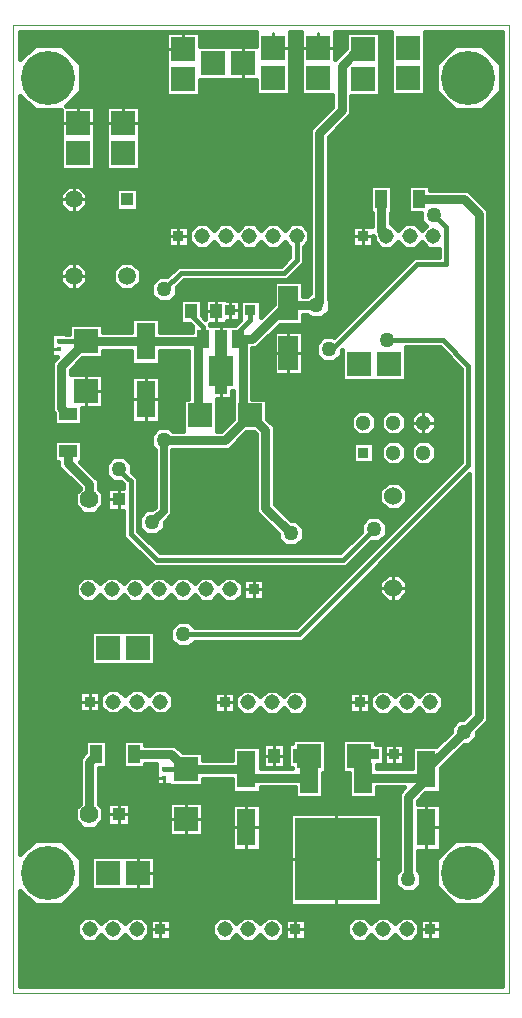
<source format=gbr>
G04 PROTEUS GERBER X2 FILE*
%TF.GenerationSoftware,Labcenter,Proteus,8.16-SP3-Build36097*%
%TF.CreationDate,2024-05-04T02:13:19+00:00*%
%TF.FileFunction,Copper,L1,Top*%
%TF.FilePolarity,Positive*%
%TF.Part,Single*%
%TF.SameCoordinates,{03efdd39-6268-421f-b844-547f2104f690}*%
%FSLAX45Y45*%
%MOMM*%
G01*
%TA.AperFunction,Conductor*%
%ADD10C,0.762000*%
%ADD11C,0.381000*%
%ADD12C,0.635000*%
%TA.AperFunction,ViaPad*%
%ADD13C,1.270000*%
%TA.AperFunction,Conductor*%
%ADD14C,0.254000*%
%TA.AperFunction,ComponentPad*%
%ADD15C,1.524000*%
%ADD16R,1.117220X1.117220*%
%ADD17C,1.580000*%
%TA.AperFunction,SMDPad,CuDef*%
%ADD18R,1.016000X1.524000*%
%ADD19R,2.032000X2.540000*%
%ADD70R,1.016000X0.889000*%
%TA.AperFunction,SMDPad,CuDef*%
%ADD71R,6.985000X6.985000*%
%ADD20R,1.524000X2.540000*%
%TA.AperFunction,SMDPad,CuDef*%
%ADD21R,0.406400X0.457200*%
%ADD22R,1.016000X1.270000*%
%ADD23R,2.032000X2.032000*%
%ADD24R,0.889000X0.889000*%
%ADD25R,1.600200X3.149600*%
%ADD26R,1.651000X2.895600*%
%ADD27R,1.524000X1.016000*%
%TA.AperFunction,ComponentPad*%
%ADD28R,0.924960X0.924960*%
%ADD29C,1.308100*%
%TA.AperFunction,ComponentPad*%
%ADD72R,1.060660X1.060660*%
%ADD73C,1.500000*%
%TA.AperFunction,ComponentPad*%
%ADD30R,2.032000X2.032000*%
%TA.AperFunction,WasherPad*%
%ADD31R,0.919230X0.919230*%
%TA.AperFunction,ComponentPad*%
%ADD32C,1.300000*%
%TA.AperFunction,OtherPad,Unknown*%
%ADD33C,4.572000*%
%TA.AperFunction,Profile*%
%ADD34C,0.101600*%
%TD.AperFunction*%
%TA.AperFunction,Conductor*%
G36*
X+2060770Y-4387770D02*
X-2014770Y-4387770D01*
X-2014770Y-3581972D01*
X-1892153Y-3704589D01*
X-1663847Y-3704589D01*
X-1502411Y-3543153D01*
X-1502411Y-3314847D01*
X-1663847Y-3153411D01*
X-1892153Y-3153411D01*
X-2014770Y-3276028D01*
X-2014770Y+3149028D01*
X-1892153Y+3026411D01*
X-1667509Y+3026411D01*
X-1667509Y+2523491D01*
X-1380491Y+2523491D01*
X-1380491Y+3064509D01*
X-1625749Y+3064509D01*
X-1502411Y+3187847D01*
X-1502411Y+3416153D01*
X-1663847Y+3577589D01*
X-1892153Y+3577589D01*
X-2014770Y+3454972D01*
X-2014770Y+3687770D01*
X-16509Y+3687770D01*
X-16509Y+3572509D01*
X-491491Y+3572509D01*
X-491491Y+3684114D01*
X-778509Y+3684114D01*
X-778509Y+3143096D01*
X-491491Y+3143096D01*
X-491491Y+3285491D01*
X-16509Y+3285491D01*
X-16509Y+3158491D01*
X+270509Y+3158491D01*
X+270509Y+3687770D01*
X+364491Y+3687770D01*
X+364491Y+3158491D01*
X+624059Y+3158491D01*
X+624059Y+3056261D01*
X+436623Y+2868825D01*
X+436623Y+1474373D01*
X+415952Y+1453702D01*
X+378904Y+1453702D01*
X+378904Y+1583689D01*
X+129986Y+1583689D01*
X+129986Y+1385689D01*
X+19597Y+1275300D01*
X+19597Y+1416489D01*
X-153121Y+1416489D01*
X-153121Y+1251080D01*
X-153123Y+1251078D01*
X-153123Y+1416489D01*
X-266413Y+1416489D01*
X-266413Y+1427539D01*
X-451831Y+1427539D01*
X-451831Y+1259583D01*
X-479773Y+1287525D01*
X-479773Y+1427539D01*
X-665191Y+1427539D01*
X-665191Y+1216721D01*
X-581385Y+1216721D01*
X-561051Y+1196387D01*
X-561051Y+1148139D01*
X-831563Y+1148139D01*
X-831563Y+1267519D01*
X-1075401Y+1267519D01*
X-1075401Y+1148139D01*
X-1317973Y+1148139D01*
X-1317973Y+1211639D01*
X-1604991Y+1211639D01*
X-1604991Y+1131564D01*
X-1629073Y+1131564D01*
X-1629073Y+1135374D01*
X-1753531Y+1135374D01*
X-1753531Y+935836D01*
X-1706924Y+935836D01*
X-1746970Y+895790D01*
X-1746970Y+531409D01*
X-1746971Y+531409D01*
X-1746971Y+473148D01*
X-1731790Y+457967D01*
X-1731790Y+360297D01*
X-1495572Y+360297D01*
X-1495572Y+502981D01*
X-1317973Y+502981D01*
X-1317973Y+789999D01*
X-1586954Y+789999D01*
X-1586954Y+829510D01*
X-1491843Y+924621D01*
X-1317973Y+924621D01*
X-1317973Y+988121D01*
X-1075401Y+988121D01*
X-1075401Y+868741D01*
X-831563Y+868741D01*
X-831563Y+988121D01*
X-593811Y+988121D01*
X-593811Y+584639D01*
X-636991Y+584639D01*
X-636991Y+309730D01*
X-726055Y+309730D01*
X-756535Y+340210D01*
X-848067Y+340210D01*
X-912790Y+275487D01*
X-912790Y+183955D01*
X-875960Y+147125D01*
X-875960Y-333110D01*
X-896402Y-353552D01*
X-948489Y-353552D01*
X-1013212Y-418275D01*
X-1013212Y-509807D01*
X-948489Y-574530D01*
X-856957Y-574530D01*
X-792234Y-509807D01*
X-792234Y-457720D01*
X-728642Y-394128D01*
X-728642Y+147125D01*
X-726055Y+149712D01*
X-250112Y+149712D01*
X-102203Y+297621D01*
X-38097Y+297621D01*
X-22373Y+281898D01*
X-22373Y-374940D01*
X+163013Y-560326D01*
X+163013Y-603433D01*
X+227736Y-668156D01*
X+319268Y-668156D01*
X+383991Y-603433D01*
X+383991Y-511901D01*
X+319268Y-447178D01*
X+276161Y-447178D01*
X+137645Y-308662D01*
X+137645Y+348176D01*
X+71667Y+414154D01*
X+71667Y+584639D01*
X-53743Y+584639D01*
X-53743Y+1008441D01*
X-20966Y+1008441D01*
X+180904Y+1210311D01*
X+378904Y+1210311D01*
X+378904Y+1293684D01*
X+415952Y+1293684D01*
X+446432Y+1263204D01*
X+537964Y+1263204D01*
X+602687Y+1327927D01*
X+602687Y+1419459D01*
X+596641Y+1425505D01*
X+596641Y+2802547D01*
X+737207Y+2943113D01*
X+737209Y+2943113D01*
X+784077Y+2989981D01*
X+784077Y+3143096D01*
X+1030161Y+3143096D01*
X+1030161Y+3684114D01*
X+743143Y+3684114D01*
X+743143Y+3554767D01*
X+670929Y+3482553D01*
X+670927Y+3482553D01*
X+651509Y+3463135D01*
X+651509Y+3687770D01*
X+1126491Y+3687770D01*
X+1126491Y+3158491D01*
X+1413509Y+3158491D01*
X+1413509Y+3687770D01*
X+2060770Y+3687770D01*
X+2060770Y-4387770D01*
G37*
%TD.AperFunction*%
%LPC*%
G36*
X+1024891Y-289922D02*
X+1024891Y-192078D01*
X+1094078Y-122891D01*
X+1191922Y-122891D01*
X+1261109Y-192078D01*
X+1261109Y-289922D01*
X+1191922Y-359109D01*
X+1094078Y-359109D01*
X+1024891Y-289922D01*
G37*
G36*
X+1024891Y-1064922D02*
X+1024891Y-967078D01*
X+1094078Y-897891D01*
X+1191922Y-897891D01*
X+1261109Y-967078D01*
X+1261109Y-1064922D01*
X+1191922Y-1134109D01*
X+1094078Y-1134109D01*
X+1024891Y-1064922D01*
G37*
G36*
X-1072813Y+30371D02*
X-1072813Y-39676D01*
X-1056082Y-56406D01*
X-1020373Y-92115D01*
X-1020373Y-534098D01*
X-836691Y-717780D01*
X+695105Y-717780D01*
X+865209Y-547676D01*
X+865209Y-477629D01*
X+929932Y-412906D01*
X+1021464Y-412906D01*
X+1086187Y-477629D01*
X+1086187Y-569161D01*
X+1021464Y-633884D01*
X+951417Y-633884D01*
X+745603Y-839698D01*
X-887189Y-839698D01*
X-1142291Y-584596D01*
X-1142291Y-367165D01*
X-1281072Y-367165D01*
X-1281072Y-171625D01*
X-1142291Y-171625D01*
X-1142291Y-142614D01*
X-1159021Y-125884D01*
X-1229068Y-125884D01*
X-1293791Y-61161D01*
X-1293791Y+30371D01*
X-1229068Y+95094D01*
X-1137536Y+95094D01*
X-1072813Y+30371D01*
G37*
G36*
X-1495572Y+45337D02*
X-1507886Y+45337D01*
X-1400163Y-62386D01*
X-1400161Y-62386D01*
X-1353293Y-109254D01*
X-1353293Y-178413D01*
X-1312393Y-219313D01*
X-1312393Y-319477D01*
X-1383220Y-390304D01*
X-1483384Y-390304D01*
X-1554211Y-319477D01*
X-1554211Y-219313D01*
X-1513311Y-178413D01*
X-1513311Y-175534D01*
X-1693690Y+4845D01*
X-1693690Y+45337D01*
X-1731790Y+45337D01*
X-1731790Y+230755D01*
X-1495572Y+230755D01*
X-1495572Y+45337D01*
G37*
G36*
X-1281072Y-2838625D02*
X-1085532Y-2838625D01*
X-1085532Y-3034165D01*
X-1281072Y-3034165D01*
X-1281072Y-2838625D01*
G37*
G36*
X-1278553Y-2546504D02*
X-1353293Y-2546504D01*
X-1353293Y-2845413D01*
X-1312393Y-2886313D01*
X-1312393Y-2986477D01*
X-1383220Y-3057304D01*
X-1483384Y-3057304D01*
X-1554211Y-2986477D01*
X-1554211Y-2886313D01*
X-1513311Y-2845413D01*
X-1513311Y-2457296D01*
X-1463971Y-2407956D01*
X-1463971Y-2310286D01*
X-1278553Y-2310286D01*
X-1278553Y-2546504D01*
G37*
G36*
X+1050857Y-3708554D02*
X+268539Y-3708554D01*
X+268539Y-2926236D01*
X+1050857Y-2926236D01*
X+1050857Y-3708554D01*
G37*
G36*
X+1449407Y+2350614D02*
X+1770837Y+2350614D01*
X+1944707Y+2176744D01*
X+1944707Y-2145534D01*
X+1848187Y-2242054D01*
X+1848187Y-2285161D01*
X+1783464Y-2349884D01*
X+1740357Y-2349884D01*
X+1543617Y-2546624D01*
X+1543617Y-2754784D01*
X+1412697Y-2754784D01*
X+1348329Y-2819152D01*
X+1348329Y-2846006D01*
X+1543617Y-2846006D01*
X+1543617Y-3244784D01*
X+1348329Y-3244784D01*
X+1348329Y-3408498D01*
X+1378809Y-3438978D01*
X+1378809Y-3530510D01*
X+1314086Y-3595233D01*
X+1222554Y-3595233D01*
X+1157831Y-3530510D01*
X+1157831Y-3438978D01*
X+1188311Y-3408498D01*
X+1188311Y-2752874D01*
X+1234661Y-2706524D01*
X+1006407Y-2706524D01*
X+1006407Y-2795424D01*
X+770189Y-2795424D01*
X+770189Y-2583264D01*
X+707829Y-2583264D01*
X+707829Y-2296246D01*
X+994847Y-2296246D01*
X+994847Y-2342036D01*
X+1062057Y-2342036D01*
X+1062057Y-2514754D01*
X+1006407Y-2514754D01*
X+1006407Y-2546506D01*
X+1299779Y-2546506D01*
X+1299779Y-2356006D01*
X+1507939Y-2356006D01*
X+1627209Y-2236736D01*
X+1627209Y-2193629D01*
X+1691932Y-2128906D01*
X+1735039Y-2128906D01*
X+1784689Y-2079256D01*
X+1784689Y-54612D01*
X+365947Y-1473354D01*
X-539704Y-1473354D01*
X-589234Y-1522884D01*
X-680766Y-1522884D01*
X-745489Y-1458161D01*
X-745489Y-1366629D01*
X-680766Y-1301906D01*
X-589234Y-1301906D01*
X-539704Y-1351436D01*
X+315449Y-1351436D01*
X+1715871Y+48986D01*
X+1715871Y+837634D01*
X+1536427Y+1017078D01*
X+1246207Y+1017078D01*
X+1246207Y+730096D01*
X+705189Y+730096D01*
X+705189Y+997908D01*
X+705121Y+997840D01*
X+705121Y+954641D01*
X+640398Y+889918D01*
X+548866Y+889918D01*
X+484143Y+954641D01*
X+484143Y+1046173D01*
X+548866Y+1110896D01*
X+640398Y+1110896D01*
X+643079Y+1108214D01*
X+1319415Y+1784550D01*
X+1529071Y+1784550D01*
X+1529071Y+1853834D01*
X+1527149Y+1851912D01*
X+1438247Y+1851912D01*
X+1382698Y+1907461D01*
X+1327149Y+1851912D01*
X+1238247Y+1851912D01*
X+1182698Y+1907461D01*
X+1127149Y+1851912D01*
X+1038247Y+1851912D01*
X+975384Y+1914775D01*
X+975384Y+1953392D01*
X+970855Y+1957921D01*
X+970855Y+1871069D01*
X+794541Y+1871069D01*
X+794541Y+2047383D01*
X+961729Y+2047383D01*
X+961729Y+2152496D01*
X+949029Y+2152496D01*
X+949029Y+2388714D01*
X+1134447Y+2388714D01*
X+1134447Y+2152496D01*
X+1121747Y+2152496D01*
X+1121747Y+2066540D01*
X+1127149Y+2066540D01*
X+1182698Y+2010991D01*
X+1238247Y+2066540D01*
X+1327149Y+2066540D01*
X+1382698Y+2010991D01*
X+1420288Y+2048581D01*
X+1378918Y+2089952D01*
X+1378918Y+2152496D01*
X+1263989Y+2152496D01*
X+1263989Y+2388714D01*
X+1449407Y+2388714D01*
X+1449407Y+2350614D01*
G37*
G36*
X+573207Y-2583264D02*
X+549207Y-2583264D01*
X+549207Y-2795424D01*
X+312989Y-2795424D01*
X+312989Y-2706524D01*
X+19617Y-2706524D01*
X+19617Y-2754784D01*
X-224221Y-2754784D01*
X-224221Y-2635404D01*
X-466793Y-2635404D01*
X-466793Y-2698904D01*
X-753811Y-2698904D01*
X-753811Y-2690164D01*
X-864531Y-2690164D01*
X-864531Y-2508404D01*
X-963593Y-2508404D01*
X-963593Y-2546504D01*
X-1149011Y-2546504D01*
X-1149011Y-2310286D01*
X-963593Y-2310286D01*
X-963593Y-2348386D01*
X-704163Y-2348386D01*
X-640663Y-2411886D01*
X-466793Y-2411886D01*
X-466793Y-2475386D01*
X-224221Y-2475386D01*
X-224221Y-2356006D01*
X+19617Y-2356006D01*
X+19617Y-2546506D01*
X+286189Y-2546506D01*
X+286189Y-2545164D01*
X+250629Y-2545164D01*
X+250629Y-2334346D01*
X+286189Y-2334346D01*
X+286189Y-2296246D01*
X+573207Y-2296246D01*
X+573207Y-2583264D01*
G37*
G36*
X-753811Y-3120544D02*
X-753811Y-2833526D01*
X-466793Y-2833526D01*
X-466793Y-3120544D01*
X-753811Y-3120544D01*
G37*
G36*
X+1062059Y-2342036D02*
X+1234777Y-2342036D01*
X+1234777Y-2514754D01*
X+1062059Y-2514754D01*
X+1062059Y-2342036D01*
G37*
G36*
X+222687Y-2545164D02*
X+37269Y-2545164D01*
X+37269Y-2334346D01*
X+222687Y-2334346D01*
X+222687Y-2545164D01*
G37*
G36*
X-224221Y-2846006D02*
X+19617Y-2846006D01*
X+19617Y-3244784D01*
X-224221Y-3244784D01*
X-224221Y-2846006D01*
G37*
G36*
X-1075401Y+777519D02*
X-831563Y+777519D01*
X-831563Y+378741D01*
X-1075401Y+378741D01*
X-1075401Y+777519D01*
G37*
G36*
X+129986Y+1153689D02*
X+378904Y+1153689D01*
X+378904Y+780311D01*
X+129986Y+780311D01*
X+129986Y+1153689D01*
G37*
G36*
X-588145Y+1871069D02*
X-764459Y+1871069D01*
X-764459Y+2047383D01*
X-588145Y+2047383D01*
X-588145Y+1871069D01*
G37*
G36*
X+431012Y+2003677D02*
X+431012Y+1914775D01*
X+384657Y+1868420D01*
X+384657Y+1730938D01*
X+238948Y+1585228D01*
X-632524Y+1585228D01*
X-684866Y+1532886D01*
X-684866Y+1462839D01*
X-749589Y+1398116D01*
X-841121Y+1398116D01*
X-905844Y+1462839D01*
X-905844Y+1554371D01*
X-841121Y+1619094D01*
X-771074Y+1619094D01*
X-683023Y+1707146D01*
X+188449Y+1707146D01*
X+262739Y+1781436D01*
X+262739Y+1868420D01*
X+223698Y+1907461D01*
X+168149Y+1851912D01*
X+79247Y+1851912D01*
X+23698Y+1907461D01*
X-31851Y+1851912D01*
X-120753Y+1851912D01*
X-176302Y+1907461D01*
X-231851Y+1851912D01*
X-320753Y+1851912D01*
X-376302Y+1907461D01*
X-431851Y+1851912D01*
X-520753Y+1851912D01*
X-583616Y+1914775D01*
X-583616Y+2003677D01*
X-520753Y+2066540D01*
X-431851Y+2066540D01*
X-376302Y+2010991D01*
X-320753Y+2066540D01*
X-231851Y+2066540D01*
X-176302Y+2010991D01*
X-120753Y+2066540D01*
X-31851Y+2066540D01*
X+23698Y+2010991D01*
X+79247Y+2066540D01*
X+168149Y+2066540D01*
X+223698Y+2010991D01*
X+279247Y+2066540D01*
X+368149Y+2066540D01*
X+431012Y+2003677D01*
G37*
G36*
X-128459Y-943238D02*
X+47855Y-943238D01*
X+47855Y-1119552D01*
X-128459Y-1119552D01*
X-128459Y-943238D01*
G37*
G36*
X-132988Y-986944D02*
X-132988Y-1075846D01*
X-195851Y-1138709D01*
X-284753Y-1138709D01*
X-340302Y-1083160D01*
X-395851Y-1138709D01*
X-484753Y-1138709D01*
X-540302Y-1083160D01*
X-595851Y-1138709D01*
X-684753Y-1138709D01*
X-740302Y-1083160D01*
X-795851Y-1138709D01*
X-884753Y-1138709D01*
X-940302Y-1083160D01*
X-995851Y-1138709D01*
X-1084753Y-1138709D01*
X-1140302Y-1083160D01*
X-1195851Y-1138709D01*
X-1284753Y-1138709D01*
X-1340302Y-1083160D01*
X-1395851Y-1138709D01*
X-1484753Y-1138709D01*
X-1547616Y-1075846D01*
X-1547616Y-986944D01*
X-1484753Y-924081D01*
X-1395851Y-924081D01*
X-1340302Y-979630D01*
X-1284753Y-924081D01*
X-1195851Y-924081D01*
X-1140302Y-979630D01*
X-1084753Y-924081D01*
X-995851Y-924081D01*
X-940302Y-979630D01*
X-884753Y-924081D01*
X-795851Y-924081D01*
X-740302Y-979630D01*
X-684753Y-924081D01*
X-595851Y-924081D01*
X-540302Y-979630D01*
X-484753Y-924081D01*
X-395851Y-924081D01*
X-340302Y-979630D01*
X-284753Y-924081D01*
X-195851Y-924081D01*
X-132988Y-986944D01*
G37*
G36*
X-1341177Y-2069297D02*
X-1517491Y-2069297D01*
X-1517491Y-1892983D01*
X-1341177Y-1892983D01*
X-1341177Y-2069297D01*
G37*
G36*
X-722020Y-1936689D02*
X-722020Y-2025591D01*
X-784883Y-2088454D01*
X-873785Y-2088454D01*
X-929334Y-2032905D01*
X-984883Y-2088454D01*
X-1073785Y-2088454D01*
X-1129334Y-2032905D01*
X-1184883Y-2088454D01*
X-1273785Y-2088454D01*
X-1336648Y-2025591D01*
X-1336648Y-1936689D01*
X-1273785Y-1873826D01*
X-1184883Y-1873826D01*
X-1129334Y-1929375D01*
X-1073785Y-1873826D01*
X-984883Y-1873826D01*
X-929334Y-1929375D01*
X-873785Y-1873826D01*
X-784883Y-1873826D01*
X-722020Y-1936689D01*
G37*
G36*
X-198269Y-2074807D02*
X-374583Y-2074807D01*
X-374583Y-1898493D01*
X-198269Y-1898493D01*
X-198269Y-2074807D01*
G37*
G36*
X+420888Y-1942199D02*
X+420888Y-2031101D01*
X+358025Y-2093964D01*
X+269123Y-2093964D01*
X+213574Y-2038415D01*
X+158025Y-2093964D01*
X+69123Y-2093964D01*
X+13574Y-2038415D01*
X-41975Y-2093964D01*
X-130877Y-2093964D01*
X-193740Y-2031101D01*
X-193740Y-1942199D01*
X-130877Y-1879336D01*
X-41975Y-1879336D01*
X+13574Y-1934885D01*
X+69123Y-1879336D01*
X+158025Y-1879336D01*
X+213574Y-1934885D01*
X+269123Y-1879336D01*
X+358025Y-1879336D01*
X+420888Y-1942199D01*
G37*
G36*
X+944731Y-2074807D02*
X+768417Y-2074807D01*
X+768417Y-1898493D01*
X+944731Y-1898493D01*
X+944731Y-2074807D01*
G37*
G36*
X+1563888Y-1942199D02*
X+1563888Y-2031101D01*
X+1501025Y-2093964D01*
X+1412123Y-2093964D01*
X+1356574Y-2038415D01*
X+1301025Y-2093964D01*
X+1212123Y-2093964D01*
X+1156574Y-2038415D01*
X+1101025Y-2093964D01*
X+1012123Y-2093964D01*
X+949260Y-2031101D01*
X+949260Y-1942199D01*
X+1012123Y-1879336D01*
X+1101025Y-1879336D01*
X+1156574Y-1934885D01*
X+1212123Y-1879336D01*
X+1301025Y-1879336D01*
X+1356574Y-1934885D01*
X+1412123Y-1879336D01*
X+1501025Y-1879336D01*
X+1563888Y-1942199D01*
G37*
G36*
X+1368417Y-3820493D02*
X+1544731Y-3820493D01*
X+1544731Y-3996807D01*
X+1368417Y-3996807D01*
X+1368417Y-3820493D01*
G37*
G36*
X+1363888Y-3864199D02*
X+1363888Y-3953101D01*
X+1301025Y-4015964D01*
X+1212123Y-4015964D01*
X+1156574Y-3960415D01*
X+1101025Y-4015964D01*
X+1012123Y-4015964D01*
X+956574Y-3960415D01*
X+901025Y-4015964D01*
X+812123Y-4015964D01*
X+749260Y-3953101D01*
X+749260Y-3864199D01*
X+812123Y-3801336D01*
X+901025Y-3801336D01*
X+956574Y-3856885D01*
X+1012123Y-3801336D01*
X+1101025Y-3801336D01*
X+1156574Y-3856885D01*
X+1212123Y-3801336D01*
X+1301025Y-3801336D01*
X+1363888Y-3864199D01*
G37*
G36*
X+225417Y-3820493D02*
X+401731Y-3820493D01*
X+401731Y-3996807D01*
X+225417Y-3996807D01*
X+225417Y-3820493D01*
G37*
G36*
X+220888Y-3864199D02*
X+220888Y-3953101D01*
X+158025Y-4015964D01*
X+69123Y-4015964D01*
X+13574Y-3960415D01*
X-41975Y-4015964D01*
X-130877Y-4015964D01*
X-186426Y-3960415D01*
X-241975Y-4015964D01*
X-330877Y-4015964D01*
X-393740Y-3953101D01*
X-393740Y-3864199D01*
X-330877Y-3801336D01*
X-241975Y-3801336D01*
X-186426Y-3856885D01*
X-130877Y-3801336D01*
X-41975Y-3801336D01*
X+13574Y-3856885D01*
X+69123Y-3801336D01*
X+158025Y-3801336D01*
X+220888Y-3864199D01*
G37*
G36*
X-917583Y-3820493D02*
X-741269Y-3820493D01*
X-741269Y-3996807D01*
X-917583Y-3996807D01*
X-917583Y-3820493D01*
G37*
G36*
X-922112Y-3864199D02*
X-922112Y-3953101D01*
X-984975Y-4015964D01*
X-1073877Y-4015964D01*
X-1129426Y-3960415D01*
X-1184975Y-4015964D01*
X-1273877Y-4015964D01*
X-1329426Y-3960415D01*
X-1384975Y-4015964D01*
X-1473877Y-4015964D01*
X-1536740Y-3953101D01*
X-1536740Y-3864199D01*
X-1473877Y-3801336D01*
X-1384975Y-3801336D01*
X-1329426Y-3856885D01*
X-1273877Y-3801336D01*
X-1184975Y-3801336D01*
X-1129426Y-3856885D01*
X-1073877Y-3801336D01*
X-984975Y-3801336D01*
X-922112Y-3864199D01*
G37*
G36*
X-1019360Y+2365547D02*
X-1019360Y+2175663D01*
X-1209244Y+2175663D01*
X-1209244Y+2365547D01*
X-1019360Y+2365547D01*
G37*
G36*
X-1162727Y+1737514D02*
X-1065877Y+1737514D01*
X-997393Y+1669030D01*
X-997393Y+1572180D01*
X-1065877Y+1503696D01*
X-1162727Y+1503696D01*
X-1231211Y+1572180D01*
X-1231211Y+1669030D01*
X-1162727Y+1737514D01*
G37*
G36*
X-1612727Y+2387514D02*
X-1515877Y+2387514D01*
X-1447393Y+2319030D01*
X-1447393Y+2222180D01*
X-1515877Y+2153696D01*
X-1612727Y+2153696D01*
X-1681211Y+2222180D01*
X-1681211Y+2319030D01*
X-1612727Y+2387514D01*
G37*
G36*
X-1612727Y+1737514D02*
X-1515877Y+1737514D01*
X-1447393Y+1669030D01*
X-1447393Y+1572180D01*
X-1515877Y+1503696D01*
X-1612727Y+1503696D01*
X-1681211Y+1572180D01*
X-1681211Y+1669030D01*
X-1612727Y+1737514D01*
G37*
G36*
X+976870Y+39130D02*
X+801130Y+39130D01*
X+801130Y+214870D01*
X+976870Y+214870D01*
X+976870Y+39130D01*
G37*
G36*
X+782091Y+336717D02*
X+782091Y+425283D01*
X+844717Y+487909D01*
X+933283Y+487909D01*
X+995909Y+425283D01*
X+995909Y+336717D01*
X+933283Y+274091D01*
X+844717Y+274091D01*
X+782091Y+336717D01*
G37*
G36*
X+1036091Y+82717D02*
X+1036091Y+171283D01*
X+1098717Y+233909D01*
X+1187283Y+233909D01*
X+1249909Y+171283D01*
X+1249909Y+82717D01*
X+1187283Y+20091D01*
X+1098717Y+20091D01*
X+1036091Y+82717D01*
G37*
G36*
X+1036091Y+336717D02*
X+1036091Y+425283D01*
X+1098717Y+487909D01*
X+1187283Y+487909D01*
X+1249909Y+425283D01*
X+1249909Y+336717D01*
X+1187283Y+274091D01*
X+1098717Y+274091D01*
X+1036091Y+336717D01*
G37*
G36*
X+1290091Y+82717D02*
X+1290091Y+171283D01*
X+1352717Y+233909D01*
X+1441283Y+233909D01*
X+1503909Y+171283D01*
X+1503909Y+82717D01*
X+1441283Y+20091D01*
X+1352717Y+20091D01*
X+1290091Y+82717D01*
G37*
G36*
X+1290091Y+336717D02*
X+1290091Y+425283D01*
X+1352717Y+487909D01*
X+1441283Y+487909D01*
X+1503909Y+425283D01*
X+1503909Y+336717D01*
X+1441283Y+274091D01*
X+1352717Y+274091D01*
X+1290091Y+336717D01*
G37*
G36*
X-872491Y-1667509D02*
X-1413509Y-1667509D01*
X-1413509Y-1380491D01*
X-872491Y-1380491D01*
X-872491Y-1667509D01*
G37*
G36*
X-872491Y-3572509D02*
X-1413509Y-3572509D01*
X-1413509Y-3285491D01*
X-872491Y-3285491D01*
X-872491Y-3572509D01*
G37*
G36*
X+1502411Y+3187847D02*
X+1502411Y+3416153D01*
X+1663847Y+3577589D01*
X+1892153Y+3577589D01*
X+2053589Y+3416153D01*
X+2053589Y+3187847D01*
X+1892153Y+3026411D01*
X+1663847Y+3026411D01*
X+1502411Y+3187847D01*
G37*
G36*
X+1502411Y-3543153D02*
X+1502411Y-3314847D01*
X+1663847Y-3153411D01*
X+1892153Y-3153411D01*
X+2053589Y-3314847D01*
X+2053589Y-3543153D01*
X+1892153Y-3704589D01*
X+1663847Y-3704589D01*
X+1502411Y-3543153D01*
G37*
G36*
X-999491Y+2777491D02*
X-999491Y+2523491D01*
X-1286509Y+2523491D01*
X-1286509Y+3064509D01*
X-999491Y+3064509D01*
X-999491Y+2777491D01*
G37*
%LPD*%
%TA.AperFunction,Conductor*%
G36*
X-197642Y+1206559D02*
X-407383Y+1206559D01*
X-407383Y+1215135D01*
X-408969Y+1216721D01*
X-266413Y+1216721D01*
X-266413Y+1243771D01*
X-160430Y+1243771D01*
X-197642Y+1206559D01*
G37*
%TD.AperFunction*%
%TA.AperFunction,Conductor*%
G36*
X-213761Y+584639D02*
X-215351Y+584639D01*
X-215351Y+410769D01*
X-316390Y+309730D01*
X-349973Y+309730D01*
X-349973Y+582991D01*
X-225773Y+582991D01*
X-225773Y+645221D01*
X-213761Y+645221D01*
X-213761Y+584639D01*
G37*
%TD.AperFunction*%
D10*
X-1461482Y+1068130D02*
X-953482Y+1068130D01*
D11*
X-468342Y+1088450D02*
X-468342Y+1189886D01*
X-572482Y+1294026D01*
X-572482Y+1322130D01*
X-468342Y+1088450D02*
X-488662Y+1068130D01*
D10*
X-953482Y+1068130D02*
X-488662Y+1068130D01*
X-513802Y+1042990D01*
X-513802Y+468807D01*
X-493482Y+441130D01*
D11*
X-795355Y+1508605D02*
X-657773Y+1646187D01*
X+213698Y+1646187D02*
X+323698Y+1756187D01*
X+323698Y+1959226D01*
X+213698Y+1646187D02*
X-657773Y+1646187D01*
D10*
X+1041738Y+2270605D02*
X+1041738Y+2000186D01*
X+1082698Y+1959226D01*
X-1461482Y+1068130D02*
X-1666962Y+862650D01*
X-1666962Y+531409D01*
X-1666962Y+506287D01*
X-1613681Y+453006D01*
D11*
X-1691302Y+1070605D02*
X-1463957Y+1070605D01*
X-1461482Y+1068130D01*
D10*
X-102302Y-2626515D02*
X+431098Y-2626515D01*
X-102302Y-2555395D02*
X-102302Y-2626515D01*
D11*
X+343338Y-2439755D02*
X+429698Y-2439755D01*
X+431098Y-2441155D01*
X+431098Y-2626515D01*
X+851338Y-2589555D02*
X+888298Y-2626515D01*
X+851338Y-2589555D02*
X+851338Y-2439755D01*
D10*
X-610302Y-2555395D02*
X-102302Y-2555395D01*
X-1433302Y-2936395D02*
X-1433302Y-2490435D01*
X-1371262Y-2428395D01*
X-1056302Y-2428395D02*
X-737302Y-2428395D01*
X-610302Y-2555395D01*
D11*
X-802302Y-2555395D02*
X-610302Y-2555395D01*
X+975698Y-2428395D02*
X+862698Y-2428395D01*
X+851338Y-2439755D01*
X+1350578Y-2626515D02*
X+1421698Y-2555395D01*
D10*
X+888298Y-2626515D02*
X+1350578Y-2626515D01*
X+1737698Y-2239395D02*
X+1421698Y-2555395D01*
X-802301Y+229721D02*
X-283251Y+229721D01*
X-71842Y+441130D01*
X-1613681Y+138046D02*
X-1613681Y+37984D01*
X-1433302Y-142395D01*
X-168622Y+1088450D02*
X-133752Y+1053580D01*
X-133752Y+503040D01*
X-71842Y+441130D01*
D12*
X-802301Y+229721D02*
X-802301Y-363619D01*
X-902723Y-464041D01*
D10*
X-1433302Y-142395D02*
X-1433302Y-269395D01*
X+273502Y-557667D02*
X+57636Y-341801D01*
X+57636Y+315037D01*
X-68457Y+441130D01*
X-71842Y+441130D01*
D11*
X-1081332Y-117365D02*
X-1119802Y-78895D01*
X-1183302Y-15395D01*
X-1081332Y-117365D02*
X-1119802Y-78895D01*
X-1183302Y-15395D01*
X+975698Y-523395D02*
X+720354Y-778739D01*
X-861940Y-778739D01*
X-1081332Y-559347D01*
X-1081332Y-117365D01*
X+1101063Y+1067627D02*
X+1090653Y+1078037D01*
X+594632Y+1000407D02*
X+621480Y+1000407D01*
X+1344664Y+1723591D01*
X+1590030Y+1723591D01*
X+1590030Y+2035095D01*
X+1489407Y+2135718D01*
X+1776830Y+23737D02*
X+1776830Y+862883D01*
X+1561676Y+1078037D01*
X+1090653Y+1078037D01*
X-635000Y-1412395D02*
X+340698Y-1412395D01*
X+1776830Y+23737D01*
D10*
X+1427818Y-2626515D02*
X+1350578Y-2626515D01*
X+1268320Y-3484744D02*
X+1268320Y-2786013D01*
X+1427818Y-2626515D01*
D11*
X+842129Y+3540605D02*
X+886652Y+3540605D01*
D10*
X+704626Y+3403102D02*
X+842129Y+3540605D01*
D11*
X+704068Y+3402544D02*
X+704626Y+3403102D01*
X+704068Y+3403660D02*
X+704068Y+3403102D01*
X+704068Y+3402544D01*
D10*
X+704068Y+3023122D01*
X+681973Y+3001027D01*
X+618473Y+2937527D01*
X+681973Y+3001027D01*
X+704068Y+3023122D01*
D11*
X+704626Y+3403102D02*
X+704068Y+3403102D01*
X+703510Y+3403102D01*
X+704068Y+3403660D01*
X+841013Y+3540605D01*
X+842129Y+3540605D01*
D10*
X+1737698Y-2239395D02*
X+1864698Y-2112395D01*
X+1864698Y+2143605D01*
X+1737698Y+2270605D01*
X+1356698Y+2270605D01*
X+492198Y+1373693D02*
X+516632Y+1398127D01*
X+516632Y+2835686D01*
X+618473Y+2937527D01*
X+492198Y+1373693D02*
X+277752Y+1373693D01*
X+254445Y+1397000D01*
D11*
X-66762Y+1330130D02*
X-66762Y+1251231D01*
X-168622Y+1149371D01*
X-168622Y+1088450D01*
D10*
X-54105Y+1088450D01*
X+254445Y+1397000D01*
D13*
X-795355Y+1508605D03*
X-802301Y+229721D03*
X+975698Y-523395D03*
X-902723Y-464041D03*
X-1183302Y-15395D03*
X+273502Y-557667D03*
X+594632Y+1000407D03*
X+1090653Y+1078037D03*
X+1489407Y+2135718D03*
X-635000Y-1412395D03*
X+1268320Y-3484744D03*
X+492198Y+1373693D03*
X+1737698Y-2239395D03*
D11*
X+2060770Y-4387770D02*
X-2014770Y-4387770D01*
X-2014770Y-3581972D01*
X-1892153Y-3704589D01*
X-1663847Y-3704589D01*
X-1502411Y-3543153D01*
X-1502411Y-3314847D01*
X-1663847Y-3153411D01*
X-1892153Y-3153411D01*
X-2014770Y-3276028D01*
X-2014770Y+3149028D01*
X-1892153Y+3026411D01*
X-1667509Y+3026411D01*
X-1667509Y+2523491D01*
X-1380491Y+2523491D01*
X-1380491Y+3064509D01*
X-1625749Y+3064509D01*
X-1502411Y+3187847D01*
X-1502411Y+3416153D01*
X-1663847Y+3577589D01*
X-1892153Y+3577589D01*
X-2014770Y+3454972D01*
X-2014770Y+3687770D01*
X-16509Y+3687770D01*
X-16509Y+3572509D01*
X-491491Y+3572509D01*
X-491491Y+3684114D01*
X-778509Y+3684114D01*
X-778509Y+3143096D01*
X-491491Y+3143096D01*
X-491491Y+3285491D01*
X-16509Y+3285491D01*
X-16509Y+3158491D01*
X+270509Y+3158491D01*
X+270509Y+3687770D01*
X+364491Y+3687770D01*
X+364491Y+3158491D01*
X+624059Y+3158491D01*
X+624059Y+3056261D01*
X+436623Y+2868825D01*
X+436623Y+1474373D01*
X+415952Y+1453702D01*
X+378904Y+1453702D01*
X+378904Y+1583689D01*
X+129986Y+1583689D01*
X+129986Y+1385689D01*
X+19597Y+1275300D01*
X+19597Y+1416489D01*
X-153121Y+1416489D01*
X-153121Y+1251080D01*
X-153123Y+1251078D01*
X-153123Y+1416489D01*
X-266413Y+1416489D01*
X-266413Y+1427539D01*
X-451831Y+1427539D01*
X-451831Y+1259583D01*
X-479773Y+1287525D01*
X-479773Y+1427539D01*
X-665191Y+1427539D01*
X-665191Y+1216721D01*
X-581385Y+1216721D01*
X-561051Y+1196387D01*
X-561051Y+1148139D01*
X-831563Y+1148139D01*
X-831563Y+1267519D01*
X-1075401Y+1267519D01*
X-1075401Y+1148139D01*
X-1317973Y+1148139D01*
X-1317973Y+1211639D01*
X-1604991Y+1211639D01*
X-1604991Y+1131564D01*
X-1629073Y+1131564D01*
X-1629073Y+1135374D01*
X-1753531Y+1135374D01*
X-1753531Y+935836D01*
X-1706924Y+935836D01*
X-1746970Y+895790D01*
X-1746970Y+531409D01*
X-1746971Y+531409D01*
X-1746971Y+473148D01*
X-1731790Y+457967D01*
X-1731790Y+360297D01*
X-1495572Y+360297D01*
X-1495572Y+502981D01*
X-1317973Y+502981D01*
X-1317973Y+789999D01*
X-1586954Y+789999D01*
X-1586954Y+829510D01*
X-1491843Y+924621D01*
X-1317973Y+924621D01*
X-1317973Y+988121D01*
X-1075401Y+988121D01*
X-1075401Y+868741D01*
X-831563Y+868741D01*
X-831563Y+988121D01*
X-593811Y+988121D01*
X-593811Y+584639D01*
X-636991Y+584639D01*
X-636991Y+309730D01*
X-726055Y+309730D01*
X-756535Y+340210D01*
X-848067Y+340210D01*
X-912790Y+275487D01*
X-912790Y+183955D01*
X-875960Y+147125D01*
X-875960Y-333110D01*
X-896402Y-353552D01*
X-948489Y-353552D01*
X-1013212Y-418275D01*
X-1013212Y-509807D01*
X-948489Y-574530D01*
X-856957Y-574530D01*
X-792234Y-509807D01*
X-792234Y-457720D01*
X-728642Y-394128D01*
X-728642Y+147125D01*
X-726055Y+149712D01*
X-250112Y+149712D01*
X-102203Y+297621D01*
X-38097Y+297621D01*
X-22373Y+281898D01*
X-22373Y-374940D01*
X+163013Y-560326D01*
X+163013Y-603433D01*
X+227736Y-668156D01*
X+319268Y-668156D01*
X+383991Y-603433D01*
X+383991Y-511901D01*
X+319268Y-447178D01*
X+276161Y-447178D01*
X+137645Y-308662D01*
X+137645Y+348176D01*
X+71667Y+414154D01*
X+71667Y+584639D01*
X-53743Y+584639D01*
X-53743Y+1008441D01*
X-20966Y+1008441D01*
X+180904Y+1210311D01*
X+378904Y+1210311D01*
X+378904Y+1293684D01*
X+415952Y+1293684D01*
X+446432Y+1263204D01*
X+537964Y+1263204D01*
X+602687Y+1327927D01*
X+602687Y+1419459D01*
X+596641Y+1425505D01*
X+596641Y+2802547D01*
X+737207Y+2943113D01*
X+737209Y+2943113D01*
X+784077Y+2989981D01*
X+784077Y+3143096D01*
X+1030161Y+3143096D01*
X+1030161Y+3684114D01*
X+743143Y+3684114D01*
X+743143Y+3554767D01*
X+670929Y+3482553D01*
X+670927Y+3482553D01*
X+651509Y+3463135D01*
X+651509Y+3687770D01*
X+1126491Y+3687770D01*
X+1126491Y+3158491D01*
X+1413509Y+3158491D01*
X+1413509Y+3687770D01*
X+2060770Y+3687770D01*
X+2060770Y-4387770D01*
X+1024891Y-289922D02*
X+1024891Y-192078D01*
X+1094078Y-122891D01*
X+1191922Y-122891D01*
X+1261109Y-192078D01*
X+1261109Y-289922D01*
X+1191922Y-359109D01*
X+1094078Y-359109D01*
X+1024891Y-289922D01*
X+1024891Y-1064922D02*
X+1024891Y-967078D01*
X+1094078Y-897891D01*
X+1191922Y-897891D01*
X+1261109Y-967078D01*
X+1261109Y-1064922D01*
X+1191922Y-1134109D01*
X+1094078Y-1134109D01*
X+1024891Y-1064922D01*
X-1072813Y+30371D02*
X-1072813Y-39676D01*
X-1056082Y-56406D01*
X-1020373Y-92115D01*
X-1020373Y-534098D01*
X-836691Y-717780D01*
X+695105Y-717780D01*
X+865209Y-547676D01*
X+865209Y-477629D01*
X+929932Y-412906D01*
X+1021464Y-412906D01*
X+1086187Y-477629D01*
X+1086187Y-569161D01*
X+1021464Y-633884D01*
X+951417Y-633884D01*
X+745603Y-839698D01*
X-887189Y-839698D01*
X-1142291Y-584596D01*
X-1142291Y-367165D01*
X-1281072Y-367165D01*
X-1281072Y-171625D01*
X-1142291Y-171625D01*
X-1142291Y-142614D01*
X-1159021Y-125884D01*
X-1229068Y-125884D01*
X-1293791Y-61161D01*
X-1293791Y+30371D01*
X-1229068Y+95094D01*
X-1137536Y+95094D01*
X-1072813Y+30371D01*
X-1495572Y+45337D02*
X-1507886Y+45337D01*
X-1400163Y-62386D01*
X-1400161Y-62386D01*
X-1353293Y-109254D01*
X-1353293Y-178413D01*
X-1312393Y-219313D01*
X-1312393Y-319477D01*
X-1383220Y-390304D01*
X-1483384Y-390304D01*
X-1554211Y-319477D01*
X-1554211Y-219313D01*
X-1513311Y-178413D01*
X-1513311Y-175534D01*
X-1693690Y+4845D01*
X-1693690Y+45337D01*
X-1731790Y+45337D01*
X-1731790Y+230755D01*
X-1495572Y+230755D01*
X-1495572Y+45337D01*
X-1281072Y-2838625D02*
X-1085532Y-2838625D01*
X-1085532Y-3034165D01*
X-1281072Y-3034165D01*
X-1281072Y-2838625D01*
X-1278553Y-2546504D02*
X-1353293Y-2546504D01*
X-1353293Y-2845413D01*
X-1312393Y-2886313D01*
X-1312393Y-2986477D01*
X-1383220Y-3057304D01*
X-1483384Y-3057304D01*
X-1554211Y-2986477D01*
X-1554211Y-2886313D01*
X-1513311Y-2845413D01*
X-1513311Y-2457296D01*
X-1463971Y-2407956D01*
X-1463971Y-2310286D01*
X-1278553Y-2310286D01*
X-1278553Y-2546504D01*
X+1050857Y-3708554D02*
X+268539Y-3708554D01*
X+268539Y-2926236D01*
X+1050857Y-2926236D01*
X+1050857Y-3708554D01*
X+1449407Y+2350614D02*
X+1770837Y+2350614D01*
X+1944707Y+2176744D01*
X+1944707Y-2145534D01*
X+1848187Y-2242054D01*
X+1848187Y-2285161D01*
X+1783464Y-2349884D01*
X+1740357Y-2349884D01*
X+1543617Y-2546624D01*
X+1543617Y-2754784D01*
X+1412697Y-2754784D01*
X+1348329Y-2819152D01*
X+1348329Y-2846006D01*
X+1543617Y-2846006D01*
X+1543617Y-3244784D01*
X+1348329Y-3244784D01*
X+1348329Y-3408498D01*
X+1378809Y-3438978D01*
X+1378809Y-3530510D01*
X+1314086Y-3595233D01*
X+1222554Y-3595233D01*
X+1157831Y-3530510D01*
X+1157831Y-3438978D01*
X+1188311Y-3408498D01*
X+1188311Y-2752874D01*
X+1234661Y-2706524D01*
X+1006407Y-2706524D01*
X+1006407Y-2795424D01*
X+770189Y-2795424D01*
X+770189Y-2583264D01*
X+707829Y-2583264D01*
X+707829Y-2296246D01*
X+994847Y-2296246D01*
X+994847Y-2342036D01*
X+1062057Y-2342036D01*
X+1062057Y-2514754D01*
X+1006407Y-2514754D01*
X+1006407Y-2546506D01*
X+1299779Y-2546506D01*
X+1299779Y-2356006D01*
X+1507939Y-2356006D01*
X+1627209Y-2236736D01*
X+1627209Y-2193629D01*
X+1691932Y-2128906D01*
X+1735039Y-2128906D01*
X+1784689Y-2079256D01*
X+1784689Y-54612D01*
X+365947Y-1473354D01*
X-539704Y-1473354D01*
X-589234Y-1522884D01*
X-680766Y-1522884D01*
X-745489Y-1458161D01*
X-745489Y-1366629D01*
X-680766Y-1301906D01*
X-589234Y-1301906D01*
X-539704Y-1351436D01*
X+315449Y-1351436D01*
X+1715871Y+48986D01*
X+1715871Y+837634D01*
X+1536427Y+1017078D01*
X+1246207Y+1017078D01*
X+1246207Y+730096D01*
X+705189Y+730096D01*
X+705189Y+997908D01*
X+705121Y+997840D01*
X+705121Y+954641D01*
X+640398Y+889918D01*
X+548866Y+889918D01*
X+484143Y+954641D01*
X+484143Y+1046173D01*
X+548866Y+1110896D01*
X+640398Y+1110896D01*
X+643079Y+1108214D01*
X+1319415Y+1784550D01*
X+1529071Y+1784550D01*
X+1529071Y+1853834D01*
X+1527149Y+1851912D01*
X+1438247Y+1851912D01*
X+1382698Y+1907461D01*
X+1327149Y+1851912D01*
X+1238247Y+1851912D01*
X+1182698Y+1907461D01*
X+1127149Y+1851912D01*
X+1038247Y+1851912D01*
X+975384Y+1914775D01*
X+975384Y+1953392D01*
X+970855Y+1957921D01*
X+970855Y+1871069D01*
X+794541Y+1871069D01*
X+794541Y+2047383D01*
X+961729Y+2047383D01*
X+961729Y+2152496D01*
X+949029Y+2152496D01*
X+949029Y+2388714D01*
X+1134447Y+2388714D01*
X+1134447Y+2152496D01*
X+1121747Y+2152496D01*
X+1121747Y+2066540D01*
X+1127149Y+2066540D01*
X+1182698Y+2010991D01*
X+1238247Y+2066540D01*
X+1327149Y+2066540D01*
X+1382698Y+2010991D01*
X+1420288Y+2048581D01*
X+1378918Y+2089952D01*
X+1378918Y+2152496D01*
X+1263989Y+2152496D01*
X+1263989Y+2388714D01*
X+1449407Y+2388714D01*
X+1449407Y+2350614D01*
X+573207Y-2583264D02*
X+549207Y-2583264D01*
X+549207Y-2795424D01*
X+312989Y-2795424D01*
X+312989Y-2706524D01*
X+19617Y-2706524D01*
X+19617Y-2754784D01*
X-224221Y-2754784D01*
X-224221Y-2635404D01*
X-466793Y-2635404D01*
X-466793Y-2698904D01*
X-753811Y-2698904D01*
X-753811Y-2690164D01*
X-864531Y-2690164D01*
X-864531Y-2508404D01*
X-963593Y-2508404D01*
X-963593Y-2546504D01*
X-1149011Y-2546504D01*
X-1149011Y-2310286D01*
X-963593Y-2310286D01*
X-963593Y-2348386D01*
X-704163Y-2348386D01*
X-640663Y-2411886D01*
X-466793Y-2411886D01*
X-466793Y-2475386D01*
X-224221Y-2475386D01*
X-224221Y-2356006D01*
X+19617Y-2356006D01*
X+19617Y-2546506D01*
X+286189Y-2546506D01*
X+286189Y-2545164D01*
X+250629Y-2545164D01*
X+250629Y-2334346D01*
X+286189Y-2334346D01*
X+286189Y-2296246D01*
X+573207Y-2296246D01*
X+573207Y-2583264D01*
X-753811Y-3120544D02*
X-753811Y-2833526D01*
X-466793Y-2833526D01*
X-466793Y-3120544D01*
X-753811Y-3120544D01*
X+1062059Y-2342036D02*
X+1234777Y-2342036D01*
X+1234777Y-2514754D01*
X+1062059Y-2514754D01*
X+1062059Y-2342036D01*
X+222687Y-2545164D02*
X+37269Y-2545164D01*
X+37269Y-2334346D01*
X+222687Y-2334346D01*
X+222687Y-2545164D01*
X-224221Y-2846006D02*
X+19617Y-2846006D01*
X+19617Y-3244784D01*
X-224221Y-3244784D01*
X-224221Y-2846006D01*
X-1075401Y+777519D02*
X-831563Y+777519D01*
X-831563Y+378741D01*
X-1075401Y+378741D01*
X-1075401Y+777519D01*
X+129986Y+1153689D02*
X+378904Y+1153689D01*
X+378904Y+780311D01*
X+129986Y+780311D01*
X+129986Y+1153689D01*
X-588145Y+1871069D02*
X-764459Y+1871069D01*
X-764459Y+2047383D01*
X-588145Y+2047383D01*
X-588145Y+1871069D01*
X+431012Y+2003677D02*
X+431012Y+1914775D01*
X+384657Y+1868420D01*
X+384657Y+1730938D01*
X+238948Y+1585228D01*
X-632524Y+1585228D01*
X-684866Y+1532886D01*
X-684866Y+1462839D01*
X-749589Y+1398116D01*
X-841121Y+1398116D01*
X-905844Y+1462839D01*
X-905844Y+1554371D01*
X-841121Y+1619094D01*
X-771074Y+1619094D01*
X-683023Y+1707146D01*
X+188449Y+1707146D01*
X+262739Y+1781436D01*
X+262739Y+1868420D01*
X+223698Y+1907461D01*
X+168149Y+1851912D01*
X+79247Y+1851912D01*
X+23698Y+1907461D01*
X-31851Y+1851912D01*
X-120753Y+1851912D01*
X-176302Y+1907461D01*
X-231851Y+1851912D01*
X-320753Y+1851912D01*
X-376302Y+1907461D01*
X-431851Y+1851912D01*
X-520753Y+1851912D01*
X-583616Y+1914775D01*
X-583616Y+2003677D01*
X-520753Y+2066540D01*
X-431851Y+2066540D01*
X-376302Y+2010991D01*
X-320753Y+2066540D01*
X-231851Y+2066540D01*
X-176302Y+2010991D01*
X-120753Y+2066540D01*
X-31851Y+2066540D01*
X+23698Y+2010991D01*
X+79247Y+2066540D01*
X+168149Y+2066540D01*
X+223698Y+2010991D01*
X+279247Y+2066540D01*
X+368149Y+2066540D01*
X+431012Y+2003677D01*
X-128459Y-943238D02*
X+47855Y-943238D01*
X+47855Y-1119552D01*
X-128459Y-1119552D01*
X-128459Y-943238D01*
X-132988Y-986944D02*
X-132988Y-1075846D01*
X-195851Y-1138709D01*
X-284753Y-1138709D01*
X-340302Y-1083160D01*
X-395851Y-1138709D01*
X-484753Y-1138709D01*
X-540302Y-1083160D01*
X-595851Y-1138709D01*
X-684753Y-1138709D01*
X-740302Y-1083160D01*
X-795851Y-1138709D01*
X-884753Y-1138709D01*
X-940302Y-1083160D01*
X-995851Y-1138709D01*
X-1084753Y-1138709D01*
X-1140302Y-1083160D01*
X-1195851Y-1138709D01*
X-1284753Y-1138709D01*
X-1340302Y-1083160D01*
X-1395851Y-1138709D01*
X-1484753Y-1138709D01*
X-1547616Y-1075846D01*
X-1547616Y-986944D01*
X-1484753Y-924081D01*
X-1395851Y-924081D01*
X-1340302Y-979630D01*
X-1284753Y-924081D01*
X-1195851Y-924081D01*
X-1140302Y-979630D01*
X-1084753Y-924081D01*
X-995851Y-924081D01*
X-940302Y-979630D01*
X-884753Y-924081D01*
X-795851Y-924081D01*
X-740302Y-979630D01*
X-684753Y-924081D01*
X-595851Y-924081D01*
X-540302Y-979630D01*
X-484753Y-924081D01*
X-395851Y-924081D01*
X-340302Y-979630D01*
X-284753Y-924081D01*
X-195851Y-924081D01*
X-132988Y-986944D01*
X-1341177Y-2069297D02*
X-1517491Y-2069297D01*
X-1517491Y-1892983D01*
X-1341177Y-1892983D01*
X-1341177Y-2069297D01*
X-722020Y-1936689D02*
X-722020Y-2025591D01*
X-784883Y-2088454D01*
X-873785Y-2088454D01*
X-929334Y-2032905D01*
X-984883Y-2088454D01*
X-1073785Y-2088454D01*
X-1129334Y-2032905D01*
X-1184883Y-2088454D01*
X-1273785Y-2088454D01*
X-1336648Y-2025591D01*
X-1336648Y-1936689D01*
X-1273785Y-1873826D01*
X-1184883Y-1873826D01*
X-1129334Y-1929375D01*
X-1073785Y-1873826D01*
X-984883Y-1873826D01*
X-929334Y-1929375D01*
X-873785Y-1873826D01*
X-784883Y-1873826D01*
X-722020Y-1936689D01*
X-198269Y-2074807D02*
X-374583Y-2074807D01*
X-374583Y-1898493D01*
X-198269Y-1898493D01*
X-198269Y-2074807D01*
X+420888Y-1942199D02*
X+420888Y-2031101D01*
X+358025Y-2093964D01*
X+269123Y-2093964D01*
X+213574Y-2038415D01*
X+158025Y-2093964D01*
X+69123Y-2093964D01*
X+13574Y-2038415D01*
X-41975Y-2093964D01*
X-130877Y-2093964D01*
X-193740Y-2031101D01*
X-193740Y-1942199D01*
X-130877Y-1879336D01*
X-41975Y-1879336D01*
X+13574Y-1934885D01*
X+69123Y-1879336D01*
X+158025Y-1879336D01*
X+213574Y-1934885D01*
X+269123Y-1879336D01*
X+358025Y-1879336D01*
X+420888Y-1942199D01*
X+944731Y-2074807D02*
X+768417Y-2074807D01*
X+768417Y-1898493D01*
X+944731Y-1898493D01*
X+944731Y-2074807D01*
X+1563888Y-1942199D02*
X+1563888Y-2031101D01*
X+1501025Y-2093964D01*
X+1412123Y-2093964D01*
X+1356574Y-2038415D01*
X+1301025Y-2093964D01*
X+1212123Y-2093964D01*
X+1156574Y-2038415D01*
X+1101025Y-2093964D01*
X+1012123Y-2093964D01*
X+949260Y-2031101D01*
X+949260Y-1942199D01*
X+1012123Y-1879336D01*
X+1101025Y-1879336D01*
X+1156574Y-1934885D01*
X+1212123Y-1879336D01*
X+1301025Y-1879336D01*
X+1356574Y-1934885D01*
X+1412123Y-1879336D01*
X+1501025Y-1879336D01*
X+1563888Y-1942199D01*
X+1368417Y-3820493D02*
X+1544731Y-3820493D01*
X+1544731Y-3996807D01*
X+1368417Y-3996807D01*
X+1368417Y-3820493D01*
X+1363888Y-3864199D02*
X+1363888Y-3953101D01*
X+1301025Y-4015964D01*
X+1212123Y-4015964D01*
X+1156574Y-3960415D01*
X+1101025Y-4015964D01*
X+1012123Y-4015964D01*
X+956574Y-3960415D01*
X+901025Y-4015964D01*
X+812123Y-4015964D01*
X+749260Y-3953101D01*
X+749260Y-3864199D01*
X+812123Y-3801336D01*
X+901025Y-3801336D01*
X+956574Y-3856885D01*
X+1012123Y-3801336D01*
X+1101025Y-3801336D01*
X+1156574Y-3856885D01*
X+1212123Y-3801336D01*
X+1301025Y-3801336D01*
X+1363888Y-3864199D01*
X+225417Y-3820493D02*
X+401731Y-3820493D01*
X+401731Y-3996807D01*
X+225417Y-3996807D01*
X+225417Y-3820493D01*
X+220888Y-3864199D02*
X+220888Y-3953101D01*
X+158025Y-4015964D01*
X+69123Y-4015964D01*
X+13574Y-3960415D01*
X-41975Y-4015964D01*
X-130877Y-4015964D01*
X-186426Y-3960415D01*
X-241975Y-4015964D01*
X-330877Y-4015964D01*
X-393740Y-3953101D01*
X-393740Y-3864199D01*
X-330877Y-3801336D01*
X-241975Y-3801336D01*
X-186426Y-3856885D01*
X-130877Y-3801336D01*
X-41975Y-3801336D01*
X+13574Y-3856885D01*
X+69123Y-3801336D01*
X+158025Y-3801336D01*
X+220888Y-3864199D01*
X-917583Y-3820493D02*
X-741269Y-3820493D01*
X-741269Y-3996807D01*
X-917583Y-3996807D01*
X-917583Y-3820493D01*
X-922112Y-3864199D02*
X-922112Y-3953101D01*
X-984975Y-4015964D01*
X-1073877Y-4015964D01*
X-1129426Y-3960415D01*
X-1184975Y-4015964D01*
X-1273877Y-4015964D01*
X-1329426Y-3960415D01*
X-1384975Y-4015964D01*
X-1473877Y-4015964D01*
X-1536740Y-3953101D01*
X-1536740Y-3864199D01*
X-1473877Y-3801336D01*
X-1384975Y-3801336D01*
X-1329426Y-3856885D01*
X-1273877Y-3801336D01*
X-1184975Y-3801336D01*
X-1129426Y-3856885D01*
X-1073877Y-3801336D01*
X-984975Y-3801336D01*
X-922112Y-3864199D01*
X-1019360Y+2365547D02*
X-1019360Y+2175663D01*
X-1209244Y+2175663D01*
X-1209244Y+2365547D01*
X-1019360Y+2365547D01*
X-1162727Y+1737514D02*
X-1065877Y+1737514D01*
X-997393Y+1669030D01*
X-997393Y+1572180D01*
X-1065877Y+1503696D01*
X-1162727Y+1503696D01*
X-1231211Y+1572180D01*
X-1231211Y+1669030D01*
X-1162727Y+1737514D01*
X-1612727Y+2387514D02*
X-1515877Y+2387514D01*
X-1447393Y+2319030D01*
X-1447393Y+2222180D01*
X-1515877Y+2153696D01*
X-1612727Y+2153696D01*
X-1681211Y+2222180D01*
X-1681211Y+2319030D01*
X-1612727Y+2387514D01*
X-1612727Y+1737514D02*
X-1515877Y+1737514D01*
X-1447393Y+1669030D01*
X-1447393Y+1572180D01*
X-1515877Y+1503696D01*
X-1612727Y+1503696D01*
X-1681211Y+1572180D01*
X-1681211Y+1669030D01*
X-1612727Y+1737514D01*
X+976870Y+39130D02*
X+801130Y+39130D01*
X+801130Y+214870D01*
X+976870Y+214870D01*
X+976870Y+39130D01*
X+782091Y+336717D02*
X+782091Y+425283D01*
X+844717Y+487909D01*
X+933283Y+487909D01*
X+995909Y+425283D01*
X+995909Y+336717D01*
X+933283Y+274091D01*
X+844717Y+274091D01*
X+782091Y+336717D01*
X+1036091Y+82717D02*
X+1036091Y+171283D01*
X+1098717Y+233909D01*
X+1187283Y+233909D01*
X+1249909Y+171283D01*
X+1249909Y+82717D01*
X+1187283Y+20091D01*
X+1098717Y+20091D01*
X+1036091Y+82717D01*
X+1036091Y+336717D02*
X+1036091Y+425283D01*
X+1098717Y+487909D01*
X+1187283Y+487909D01*
X+1249909Y+425283D01*
X+1249909Y+336717D01*
X+1187283Y+274091D01*
X+1098717Y+274091D01*
X+1036091Y+336717D01*
X+1290091Y+82717D02*
X+1290091Y+171283D01*
X+1352717Y+233909D01*
X+1441283Y+233909D01*
X+1503909Y+171283D01*
X+1503909Y+82717D01*
X+1441283Y+20091D01*
X+1352717Y+20091D01*
X+1290091Y+82717D01*
X+1290091Y+336717D02*
X+1290091Y+425283D01*
X+1352717Y+487909D01*
X+1441283Y+487909D01*
X+1503909Y+425283D01*
X+1503909Y+336717D01*
X+1441283Y+274091D01*
X+1352717Y+274091D01*
X+1290091Y+336717D01*
X-872491Y-1667509D02*
X-1413509Y-1667509D01*
X-1413509Y-1380491D01*
X-872491Y-1380491D01*
X-872491Y-1667509D01*
X-872491Y-3572509D02*
X-1413509Y-3572509D01*
X-1413509Y-3285491D01*
X-872491Y-3285491D01*
X-872491Y-3572509D01*
X+1502411Y+3187847D02*
X+1502411Y+3416153D01*
X+1663847Y+3577589D01*
X+1892153Y+3577589D01*
X+2053589Y+3416153D01*
X+2053589Y+3187847D01*
X+1892153Y+3026411D01*
X+1663847Y+3026411D01*
X+1502411Y+3187847D01*
X+1502411Y-3543153D02*
X+1502411Y-3314847D01*
X+1663847Y-3153411D01*
X+1892153Y-3153411D01*
X+2053589Y-3314847D01*
X+2053589Y-3543153D01*
X+1892153Y-3704589D01*
X+1663847Y-3704589D01*
X+1502411Y-3543153D01*
X-999491Y+2777491D02*
X-999491Y+2523491D01*
X-1286509Y+2523491D01*
X-1286509Y+3064509D01*
X-999491Y+3064509D01*
X-999491Y+2777491D01*
X-197642Y+1206559D02*
X-407383Y+1206559D01*
X-407383Y+1215135D01*
X-408969Y+1216721D01*
X-266413Y+1216721D01*
X-266413Y+1243771D01*
X-160430Y+1243771D01*
X-197642Y+1206559D01*
X-213761Y+584639D02*
X-215351Y+584639D01*
X-215351Y+410769D01*
X-316390Y+309730D01*
X-349973Y+309730D01*
X-349973Y+582991D01*
X-225773Y+582991D01*
X-225773Y+645221D01*
X-213761Y+645221D01*
X-213761Y+584639D01*
D14*
X+1043941Y-1016000D02*
X+1143000Y-1016000D01*
X+1242059Y-1016000D02*
X+1143000Y-1016000D01*
X+1143000Y-1115059D02*
X+1143000Y-1016000D01*
X+1143000Y-916941D02*
X+1143000Y-1016000D01*
X-1183302Y-348115D02*
X-1183302Y-269395D01*
X-1183302Y-190675D02*
X-1183302Y-269395D01*
X-1262022Y-269395D02*
X-1183302Y-269395D01*
X-1183302Y-3015115D02*
X-1183302Y-2936395D01*
X-1104582Y-2936395D02*
X-1183302Y-2936395D01*
X-1183302Y-2857675D02*
X-1183302Y-2936395D01*
X-1262022Y-2936395D02*
X-1183302Y-2936395D01*
X-318482Y+1187509D02*
X-318482Y+1088450D01*
X-318482Y+602041D02*
X-318482Y+669350D01*
X+659698Y-2945286D02*
X+659698Y-3317395D01*
X+287589Y-3317395D02*
X+659698Y-3317395D01*
X+659698Y-3689504D02*
X+659698Y-3317395D01*
X+1031807Y-3317395D02*
X+659698Y-3317395D01*
X-1734481Y+1000605D02*
X-1691302Y+1000605D01*
X-802302Y-2671114D02*
X-802302Y-2625395D01*
X-845481Y-2625395D02*
X-802302Y-2625395D01*
X-359122Y+1235771D02*
X-359122Y+1322130D01*
X-359122Y+1408489D02*
X-359122Y+1322130D01*
X-432781Y+1322130D02*
X-359122Y+1322130D01*
X-1337023Y+646490D02*
X-1461482Y+646490D01*
X-1461482Y+770949D02*
X-1461482Y+646490D01*
X-1461482Y+522031D02*
X-1461482Y+646490D01*
X-485843Y-2977035D02*
X-610302Y-2977035D01*
X-610302Y-2852576D02*
X-610302Y-2977035D01*
X-734761Y-2977035D02*
X-610302Y-2977035D01*
X-610302Y-3101494D02*
X-610302Y-2977035D01*
X+1148418Y-2495704D02*
X+1148418Y-2428395D01*
X+1215727Y-2428395D02*
X+1148418Y-2428395D01*
X+1148418Y-2361086D02*
X+1148418Y-2428395D01*
X+1081109Y-2428395D02*
X+1148418Y-2428395D01*
X+129978Y-2353396D02*
X+129978Y-2439755D01*
X+56319Y-2439755D02*
X+129978Y-2439755D01*
X+129978Y-2526114D02*
X+129978Y-2439755D01*
X+203637Y-2439755D02*
X+129978Y-2439755D01*
X-102302Y-3225734D02*
X-102302Y-3045395D01*
X+567Y-3045395D02*
X-102302Y-3045395D01*
X-102302Y-2865056D02*
X-102302Y-3045395D01*
X-205171Y-3045395D02*
X-102302Y-3045395D01*
X+1421698Y-3225734D02*
X+1421698Y-3045395D01*
X+1524567Y-3045395D02*
X+1421698Y-3045395D01*
X+1421698Y-2865056D02*
X+1421698Y-3045395D01*
X-953482Y+397791D02*
X-953482Y+578130D01*
X-850613Y+578130D02*
X-953482Y+578130D01*
X-953482Y+758469D02*
X-953482Y+578130D01*
X-1056351Y+578130D02*
X-953482Y+578130D01*
X+254445Y+799361D02*
X+254445Y+967000D01*
X+359854Y+967000D02*
X+254445Y+967000D01*
X+254445Y+1134639D02*
X+254445Y+967000D01*
X+149036Y+967000D02*
X+254445Y+967000D01*
X-676302Y+2028333D02*
X-676302Y+1959226D01*
X-745409Y+1959226D02*
X-676302Y+1959226D01*
X-676302Y+1890119D02*
X-676302Y+1959226D01*
X-607195Y+1959226D02*
X-676302Y+1959226D01*
X+882698Y+2028333D02*
X+882698Y+1959226D01*
X+813591Y+1959226D02*
X+882698Y+1959226D01*
X+882698Y+1890119D02*
X+882698Y+1959226D01*
X+951805Y+1959226D02*
X+882698Y+1959226D01*
X-40302Y-1100502D02*
X-40302Y-1031395D01*
X+28805Y-1031395D02*
X-40302Y-1031395D01*
X-40302Y-962288D02*
X-40302Y-1031395D01*
X-109409Y-1031395D02*
X-40302Y-1031395D01*
X-1429334Y-1912033D02*
X-1429334Y-1981140D01*
X-1498441Y-1981140D02*
X-1429334Y-1981140D01*
X-1429334Y-2050247D02*
X-1429334Y-1981140D01*
X-1360227Y-1981140D02*
X-1429334Y-1981140D01*
X-286426Y-1917543D02*
X-286426Y-1986650D01*
X-355533Y-1986650D02*
X-286426Y-1986650D01*
X-286426Y-2055757D02*
X-286426Y-1986650D01*
X-217319Y-1986650D02*
X-286426Y-1986650D01*
X+856574Y-1917543D02*
X+856574Y-1986650D01*
X+787467Y-1986650D02*
X+856574Y-1986650D01*
X+856574Y-2055757D02*
X+856574Y-1986650D01*
X+925681Y-1986650D02*
X+856574Y-1986650D01*
X+1456574Y-3977757D02*
X+1456574Y-3908650D01*
X+1525681Y-3908650D02*
X+1456574Y-3908650D01*
X+1456574Y-3839543D02*
X+1456574Y-3908650D01*
X+1387467Y-3908650D02*
X+1456574Y-3908650D01*
X+313574Y-3977757D02*
X+313574Y-3908650D01*
X+382681Y-3908650D02*
X+313574Y-3908650D01*
X+313574Y-3839543D02*
X+313574Y-3908650D01*
X+244467Y-3908650D02*
X+313574Y-3908650D01*
X-829426Y-3977757D02*
X-829426Y-3908650D01*
X-760319Y-3908650D02*
X-829426Y-3908650D01*
X-829426Y-3839543D02*
X-829426Y-3908650D01*
X-898533Y-3908650D02*
X-829426Y-3908650D01*
X-1564302Y+2368464D02*
X-1564302Y+2270605D01*
X-1564302Y+2172746D02*
X-1564302Y+2270605D01*
X-1662161Y+2270605D02*
X-1564302Y+2270605D01*
X-1466443Y+2270605D02*
X-1564302Y+2270605D01*
X-1564302Y+1718464D02*
X-1564302Y+1620605D01*
X-1564302Y+1522746D02*
X-1564302Y+1620605D01*
X-1662161Y+1620605D02*
X-1564302Y+1620605D01*
X-1466443Y+1620605D02*
X-1564302Y+1620605D01*
X-239482Y+1397439D02*
X-239482Y+1330130D01*
X-239482Y+1262821D02*
X-239482Y+1330130D01*
X-172173Y+1330130D02*
X-239482Y+1330130D01*
X-635000Y+3665064D02*
X-635000Y+3540605D01*
X-759459Y+3540605D02*
X-635000Y+3540605D01*
X-127000Y+3304541D02*
X-127000Y+3429000D01*
X-127000Y+3553459D02*
X-127000Y+3429000D01*
X+251459Y+3556000D02*
X+127000Y+3556000D01*
X+127000Y+3680459D02*
X+127000Y+3556000D01*
X+632459Y+3556000D02*
X+508000Y+3556000D01*
X+508000Y+3680459D02*
X+508000Y+3556000D01*
X+383541Y+3556000D02*
X+508000Y+3556000D01*
X+1309141Y+381000D02*
X+1397000Y+381000D01*
X+1484859Y+381000D02*
X+1397000Y+381000D01*
X+1397000Y+293141D02*
X+1397000Y+381000D01*
X+1397000Y+468859D02*
X+1397000Y+381000D01*
X-1016000Y-3553459D02*
X-1016000Y-3429000D01*
X-891541Y-3429000D02*
X-1016000Y-3429000D01*
X-1016000Y-3304541D02*
X-1016000Y-3429000D01*
X-1399541Y+2921000D02*
X-1524000Y+2921000D01*
X-1524000Y+3045459D02*
X-1524000Y+2921000D01*
X-1648459Y+2921000D02*
X-1524000Y+2921000D01*
X-1018541Y+2921000D02*
X-1143000Y+2921000D01*
X-1143000Y+3045459D02*
X-1143000Y+2921000D01*
X-1267459Y+2921000D02*
X-1143000Y+2921000D01*
D15*
X+1143000Y-241000D03*
X+1143000Y-1016000D03*
D16*
X-1183302Y-269395D03*
D17*
X-1433302Y-269395D03*
D16*
X-1183302Y-2936395D03*
D17*
X-1433302Y-2936395D03*
D18*
X-168622Y+1088450D03*
X-318482Y+1088450D03*
D19*
X-318482Y+814130D03*
D70*
X-318482Y+669350D03*
X-318482Y+984310D03*
D18*
X-468342Y+1088450D03*
D71*
X+659698Y-3317395D03*
D20*
X+888298Y-2626515D03*
X+431098Y-2626515D03*
D21*
X-1691302Y+1070605D03*
X-1691302Y+1000605D03*
X-802302Y-2555395D03*
X-802302Y-2625395D03*
D22*
X-572482Y+1322130D03*
X-359122Y+1322130D03*
D18*
X-1371262Y-2428395D03*
X-1056302Y-2428395D03*
D23*
X-71842Y+441130D03*
X-493482Y+441130D03*
X-1461482Y+646490D03*
X-1461482Y+1068130D03*
X+851338Y-2439755D03*
X+429698Y-2439755D03*
X-610302Y-2977035D03*
X-610302Y-2555395D03*
D24*
X+975698Y-2428395D03*
X+1148418Y-2428395D03*
D22*
X+343338Y-2439755D03*
X+129978Y-2439755D03*
D25*
X-102302Y-2555395D03*
X-102302Y-3045395D03*
X+1421698Y-2555395D03*
X+1421698Y-3045395D03*
X-953482Y+1068130D03*
X-953482Y+578130D03*
D26*
X+254445Y+1397000D03*
X+254445Y+967000D03*
D27*
X-1613681Y+138046D03*
X-1613681Y+453006D03*
D28*
X-676302Y+1959226D03*
D29*
X-476302Y+1959226D03*
X-276302Y+1959226D03*
X-76302Y+1959226D03*
X+123698Y+1959226D03*
X+323698Y+1959226D03*
D28*
X+882698Y+1959226D03*
D29*
X+1082698Y+1959226D03*
X+1282698Y+1959226D03*
X+1482698Y+1959226D03*
D28*
X-40302Y-1031395D03*
D29*
X-240302Y-1031395D03*
X-440302Y-1031395D03*
X-640302Y-1031395D03*
X-840302Y-1031395D03*
X-1040302Y-1031395D03*
X-1240302Y-1031395D03*
X-1440302Y-1031395D03*
D28*
X-1429334Y-1981140D03*
D29*
X-1229334Y-1981140D03*
X-1029334Y-1981140D03*
X-829334Y-1981140D03*
D28*
X-286426Y-1986650D03*
D29*
X-86426Y-1986650D03*
X+113574Y-1986650D03*
X+313574Y-1986650D03*
D28*
X+856574Y-1986650D03*
D29*
X+1056574Y-1986650D03*
X+1256574Y-1986650D03*
X+1456574Y-1986650D03*
D28*
X+1456574Y-3908650D03*
D29*
X+1256574Y-3908650D03*
X+1056574Y-3908650D03*
X+856574Y-3908650D03*
D28*
X+313574Y-3908650D03*
D29*
X+113574Y-3908650D03*
X-86426Y-3908650D03*
X-286426Y-3908650D03*
D28*
X-829426Y-3908650D03*
D29*
X-1029426Y-3908650D03*
X-1229426Y-3908650D03*
X-1429426Y-3908650D03*
D72*
X-1114302Y+2270605D03*
D73*
X-1114302Y+1620605D03*
X-1564302Y+2270605D03*
X-1564302Y+1620605D03*
D30*
X+886652Y+3540605D03*
X+886652Y+3286605D03*
X+1270000Y+3556000D03*
X+1270000Y+3302000D03*
D24*
X-66762Y+1330130D03*
X-239482Y+1330130D03*
D30*
X-635000Y+3286605D03*
X-635000Y+3540605D03*
X-381000Y+3429000D03*
X-127000Y+3429000D03*
X+127000Y+3302000D03*
X+127000Y+3556000D03*
X+508000Y+3302000D03*
X+508000Y+3556000D03*
D18*
X+1041738Y+2270605D03*
X+1356698Y+2270605D03*
D31*
X+889000Y+127000D03*
D32*
X+889000Y+381000D03*
X+1143000Y+127000D03*
X+1143000Y+381000D03*
X+1397000Y+127000D03*
X+1397000Y+381000D03*
D30*
X+848698Y+873605D03*
X+1102698Y+873605D03*
X-1270000Y-1524000D03*
X-1016000Y-1524000D03*
X-1270000Y-3429000D03*
X-1016000Y-3429000D03*
D33*
X-1778000Y+3302000D03*
X+1778000Y+3302000D03*
X-1778000Y-3429000D03*
X+1778000Y-3429000D03*
D30*
X-1524000Y+2667000D03*
X-1524000Y+2921000D03*
X-1143000Y+2667000D03*
X-1143000Y+2921000D03*
D34*
X-2077000Y-4450000D02*
X+2123000Y-4450000D01*
X+2123000Y+3750000D01*
X-2077000Y+3750000D01*
X-2077000Y-4450000D01*
M02*

</source>
